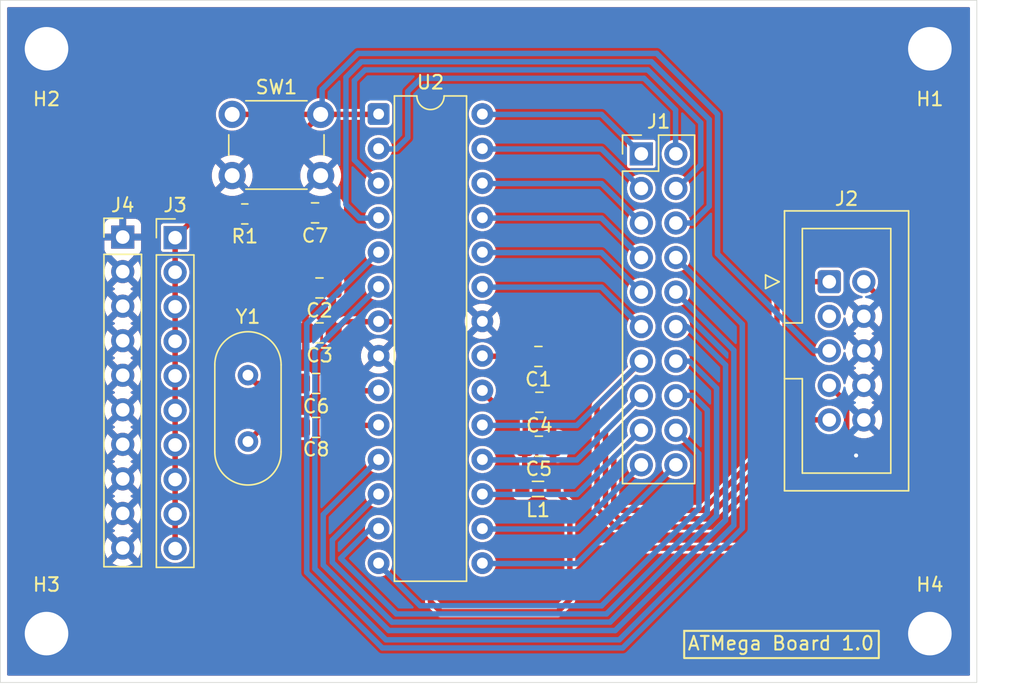
<source format=kicad_pcb>
(kicad_pcb (version 20241229) (generator "pcbnew") (generator_version "9.0")
  (title_block (title "ATMega_Board") (date "2025-10-26") (rev "1.0") (company "PKl"))
  (layers (0 "F.Cu" signal) (2 "B.Cu" signal) (13 "F.Paste" user) (15 "B.Paste" user) (5 "F.SilkS" user "F.Silkscreen") (7 "B.SilkS" user "B.Silkscreen") (1 "F.Mask" user) (3 "B.Mask" user) (25 "Edge.Cuts" user))
  (net 0 "")
  (net 1 "GND")
  (net 2 "AREF")
  (net 3 "VCC")
  (net 4 "AVCC")
  (net 5 "Net-(C6-Pad2)")
  (net 6 "XTAL1")
  (net 7 "Net-(C8-Pad1)")
  (net 8 "XTAL2")
  (net 10 "RESET")
  (net 11 "PD3")
  (net 12 "PC4")
  (net 13 "PD4")
  (net 14 "PB5")
  (net 15 "PB4")
  (net 16 "PB2")
  (net 17 "PD6")
  (net 18 "PC3")
  (net 19 "PC0")
  (net 20 "PC5")
  (net 21 "PB1")
  (net 22 "PD0")
  (net 23 "PD2")
  (net 24 "PB3")
  (net 25 "PC2")
  (net 26 "PD7")
  (net 27 "PD5")
  (net 28 "PD1")
  (net 29 "PB0")
  (net 30 "PC1")
  (footprint "Capacitor_SMD:C_0805_2012Metric_Pad1.18x1.45mm_HandSolder" (layer "F.Cu") (at 145.155 89.585)
    (property "Reference" "C2" (at 0 1.655 0) (layer "F.SilkS"))
    (property "Value" "100nF")
    (fp_line (start -0.261252 -0.735) (end 0.261252 -0.735) (stroke (width 0.12)) (layer "F.SilkS"))
    (fp_line (start -0.261252 0.735) (end 0.261252 0.735) (stroke (width 0.12)) (layer "F.SilkS"))
    (pad "1" smd roundrect (at -1.0375 0) (size 1.175 1.45) (layers "F.Cu" "F.Mask" "F.Paste") (roundrect_rratio 0.212766) (net 1 "GND"))
    (pad "2" smd roundrect (at 1.0375 0) (size 1.175 1.45) (layers "F.Cu" "F.Mask" "F.Paste") (roundrect_rratio 0.212766) (net 3 "VCC"))
  )
  (footprint "Connector_PinHeader_2.54mm:PinHeader_1x10_P2.54mm_Vertical" (layer "F.Cu") (at 130.7 85.845)
    (property "Reference" "J4" (at 0 -2.345 0) (layer "F.SilkS"))
    (property "Value" "Conn_01x10_Pin")
    (fp_line (start -1.38 -1.38) (end 0 -1.38) (stroke (width 0.12)) (layer "F.SilkS"))
    (fp_line (start -1.38 0) (end -1.38 -1.38) (stroke (width 0.12)) (layer "F.SilkS"))
    (fp_line (start -1.38 1.27) (end -1.38 24.24) (stroke (width 0.12)) (layer "F.SilkS"))
    (fp_line (start -1.38 1.27) (end 1.38 1.27) (stroke (width 0.12)) (layer "F.SilkS"))
    (fp_line (start -1.38 24.24) (end 1.38 24.24) (stroke (width 0.12)) (layer "F.SilkS"))
    (fp_line (start 1.38 1.27) (end 1.38 24.24) (stroke (width 0.12)) (layer "F.SilkS"))
    (pad "1" thru_hole rect (at 0 0) (size 1.7 1.7) (drill 1) (layers "*.Cu" "*.Mask") (net 1 "GND"))
    (pad "2" thru_hole circle (at 0 2.54) (size 1.7 1.7) (drill 1) (layers "*.Cu" "*.Mask") (net 1 "GND"))
    (pad "3" thru_hole circle (at 0 5.08) (size 1.7 1.7) (drill 1) (layers "*.Cu" "*.Mask") (net 1 "GND"))
    (pad "4" thru_hole circle (at 0 7.62) (size 1.7 1.7) (drill 1) (layers "*.Cu" "*.Mask") (net 1 "GND"))
    (pad "5" thru_hole circle (at 0 10.16) (size 1.7 1.7) (drill 1) (layers "*.Cu" "*.Mask") (net 1 "GND"))
    (pad "6" thru_hole circle (at 0 12.7) (size 1.7 1.7) (drill 1) (layers "*.Cu" "*.Mask") (net 1 "GND"))
    (pad "7" thru_hole circle (at 0 15.24) (size 1.7 1.7) (drill 1) (layers "*.Cu" "*.Mask") (net 1 "GND"))
    (pad "8" thru_hole circle (at 0 17.78) (size 1.7 1.7) (drill 1) (layers "*.Cu" "*.Mask") (net 1 "GND"))
    (pad "9" thru_hole circle (at 0 20.32) (size 1.7 1.7) (drill 1) (layers "*.Cu" "*.Mask") (net 1 "GND"))
    (pad "10" thru_hole circle (at 0 22.86) (size 1.7 1.7) (drill 1) (layers "*.Cu" "*.Mask") (net 1 "GND"))
  )
  (footprint "Capacitor_SMD:C_0805_2012Metric_Pad1.18x1.45mm_HandSolder" (layer "F.Cu") (at 161.24 94.625 180)
    (property "Reference" "C1" (at 0 -1.68 0) (layer "F.SilkS"))
    (property "Value" "100nF")
    (fp_line (start -0.261252 0.735) (end 0.261252 0.735) (stroke (width 0.12)) (layer "F.SilkS"))
    (fp_line (start -0.261252 -0.735) (end 0.261252 -0.735) (stroke (width 0.12)) (layer "F.SilkS"))
    (pad "1" smd roundrect (at -1.0375 0 180) (size 1.175 1.45) (layers "F.Cu" "F.Mask" "F.Paste") (roundrect_rratio 0.212766) (net 1 "GND"))
    (pad "2" smd roundrect (at 1.0375 0 180) (size 1.175 1.45) (layers "F.Cu" "F.Mask" "F.Paste") (roundrect_rratio 0.212766) (net 2 "AREF"))
  )
  (footprint "Connector_PinHeader_2.54mm:PinHeader_2x10_P2.54mm_Vertical" (layer "F.Cu") (at 168.8 79.73)
    (property "Reference" "J1" (at 1.27 -2.38 0) (layer "F.SilkS"))
    (property "Value" "Conn_02x10_Odd_Even")
    (fp_line (start -1.38 -1.38) (end 0 -1.38) (stroke (width 0.12)) (layer "F.SilkS"))
    (fp_line (start -1.38 0) (end -1.38 -1.38) (stroke (width 0.12)) (layer "F.SilkS"))
    (fp_line (start -1.38 1.27) (end -1.38 24.24) (stroke (width 0.12)) (layer "F.SilkS"))
    (fp_line (start -1.38 1.27) (end 1.27 1.27) (stroke (width 0.12)) (layer "F.SilkS"))
    (fp_line (start -1.38 24.24) (end 3.92 24.24) (stroke (width 0.12)) (layer "F.SilkS"))
    (fp_line (start 1.27 -1.38) (end 3.92 -1.38) (stroke (width 0.12)) (layer "F.SilkS"))
    (fp_line (start 1.27 1.27) (end 1.27 -1.38) (stroke (width 0.12)) (layer "F.SilkS"))
    (fp_line (start 3.92 -1.38) (end 3.92 24.24) (stroke (width 0.12)) (layer "F.SilkS"))
    (pad "1" thru_hole rect (at 0 0) (size 1.7 1.7) (drill 1) (layers "*.Cu" "*.Mask") (net 20 "PC5"))
    (pad "2" thru_hole circle (at 2.54 0) (size 1.7 1.7) (drill 1) (layers "*.Cu" "*.Mask") (net 22 "PD0"))
    (pad "3" thru_hole circle (at 0 2.54) (size 1.7 1.7) (drill 1) (layers "*.Cu" "*.Mask") (net 12 "PC4"))
    (pad "4" thru_hole circle (at 2.54 2.54) (size 1.7 1.7) (drill 1) (layers "*.Cu" "*.Mask") (net 28 "PD1"))
    (pad "5" thru_hole circle (at 0 5.08) (size 1.7 1.7) (drill 1) (layers "*.Cu" "*.Mask") (net 18 "PC3"))
    (pad "6" thru_hole circle (at 2.54 5.08) (size 1.7 1.7) (drill 1) (layers "*.Cu" "*.Mask") (net 23 "PD2"))
    (pad "7" thru_hole circle (at 0 7.62) (size 1.7 1.7) (drill 1) (layers "*.Cu" "*.Mask") (net 25 "PC2"))
    (pad "8" thru_hole circle (at 2.54 7.62) (size 1.7 1.7) (drill 1) (layers "*.Cu" "*.Mask") (net 11 "PD3"))
    (pad "9" thru_hole circle (at 0 10.16) (size 1.7 1.7) (drill 1) (layers "*.Cu" "*.Mask") (net 30 "PC1"))
    (pad "10" thru_hole circle (at 2.54 10.16) (size 1.7 1.7) (drill 1) (layers "*.Cu" "*.Mask") (net 13 "PD4"))
    (pad "11" thru_hole circle (at 0 12.7) (size 1.7 1.7) (drill 1) (layers "*.Cu" "*.Mask") (net 19 "PC0"))
    (pad "12" thru_hole circle (at 2.54 12.7) (size 1.7 1.7) (drill 1) (layers "*.Cu" "*.Mask") (net 27 "PD5"))
    (pad "13" thru_hole circle (at 0 15.24) (size 1.7 1.7) (drill 1) (layers "*.Cu" "*.Mask") (net 14 "PB5"))
    (pad "14" thru_hole circle (at 2.54 15.24) (size 1.7 1.7) (drill 1) (layers "*.Cu" "*.Mask") (net 17 "PD6"))
    (pad "15" thru_hole circle (at 0 17.78) (size 1.7 1.7) (drill 1) (layers "*.Cu" "*.Mask") (net 15 "PB4"))
    (pad "16" thru_hole circle (at 2.54 17.78) (size 1.7 1.7) (drill 1) (layers "*.Cu" "*.Mask") (net 26 "PD7"))
    (pad "17" thru_hole circle (at 0 20.32) (size 1.7 1.7) (drill 1) (layers "*.Cu" "*.Mask") (net 24 "PB3"))
    (pad "18" thru_hole circle (at 2.54 20.32) (size 1.7 1.7) (drill 1) (layers "*.Cu" "*.Mask") (net 29 "PB0"))
    (pad "19" thru_hole circle (at 0 22.86) (size 1.7 1.7) (drill 1) (layers "*.Cu" "*.Mask") (net 16 "PB2"))
    (pad "20" thru_hole circle (at 2.54 22.86) (size 1.7 1.7) (drill 1) (layers "*.Cu" "*.Mask") (net 21 "PB1"))
  )
  (footprint "MountingHole:MountingHole_3.2mm_M3_DIN965_Pad" (layer "F.Cu") (at 125.1 72)
    (property "Reference" "H2" (at 0 3.7 0) (layer "F.SilkS"))
    (property "Value" "MountingHole_Pad" (hide yes))
    (pad "1" thru_hole circle (at 0 0) (size 5.6 5.6) (drill 3.2) (layers "*.Cu" "*.Mask") (net 1 "GND"))
  )
  (footprint "Capacitor_SMD:C_0805_2012Metric_Pad1.18x1.45mm_HandSolder" (layer "F.Cu") (at 144.83 84.065)
    (property "Reference" "C7" (at 0 1.675 0) (layer "F.SilkS"))
    (property "Value" "100nF")
    (fp_line (start -0.261252 -0.735) (end 0.261252 -0.735) (stroke (width 0.12)) (layer "F.SilkS"))
    (fp_line (start -0.261252 0.735) (end 0.261252 0.735) (stroke (width 0.12)) (layer "F.SilkS"))
    (pad "1" smd roundrect (at -1.0375 0) (size 1.175 1.45) (layers "F.Cu" "F.Mask" "F.Paste") (roundrect_rratio 0.212766) (net 10 "RESET"))
    (pad "2" smd roundrect (at 1.0375 0) (size 1.175 1.45) (layers "F.Cu" "F.Mask" "F.Paste") (roundrect_rratio 0.212766) (net 1 "GND"))
  )
  (footprint "Connector_IDC:IDC-Header_2x05_P2.54mm_Vertical" (layer "F.Cu") (at 182.61 89.13)
    (property "Reference" "J2" (at 1.27 -6.1 0) (layer "F.SilkS"))
    (property "Value" "AVR-ISP-10")
    (fp_line (start -4.68 -0.5) (end -4.68 0.5) (stroke (width 0.12)) (layer "F.SilkS"))
    (fp_line (start -4.68 0.5) (end -3.68 0) (stroke (width 0.12)) (layer "F.SilkS"))
    (fp_line (start -3.68 0) (end -4.68 -0.5) (stroke (width 0.12)) (layer "F.SilkS"))
    (fp_line (start -3.29 -5.21) (end 5.83 -5.21) (stroke (width 0.12)) (layer "F.SilkS"))
    (fp_line (start -3.29 3.03) (end -1.98 3.03) (stroke (width 0.12)) (layer "F.SilkS"))
    (fp_line (start -3.29 15.37) (end -3.29 -5.21) (stroke (width 0.12)) (layer "F.SilkS"))
    (fp_line (start -1.98 -3.91) (end 4.52 -3.91) (stroke (width 0.12)) (layer "F.SilkS"))
    (fp_line (start -1.98 3.03) (end -1.98 -3.91) (stroke (width 0.12)) (layer "F.SilkS"))
    (fp_line (start -1.98 7.13) (end -3.29 7.13) (stroke (width 0.12)) (layer "F.SilkS"))
    (fp_line (start -1.98 14.07) (end -1.98 7.13) (stroke (width 0.12)) (layer "F.SilkS"))
    (fp_line (start 4.52 -3.91) (end 4.52 14.07) (stroke (width 0.12)) (layer "F.SilkS"))
    (fp_line (start 4.52 14.07) (end -1.98 14.07) (stroke (width 0.12)) (layer "F.SilkS"))
    (fp_line (start 5.83 -5.21) (end 5.83 15.37) (stroke (width 0.12)) (layer "F.SilkS"))
    (fp_line (start 5.83 15.37) (end -3.29 15.37) (stroke (width 0.12)) (layer "F.SilkS"))
    (pad "1" thru_hole roundrect (at 0 0) (size 1.7 1.7) (drill 1) (layers "*.Cu" "*.Mask") (roundrect_rratio 0.147059) (net 24 "PB3"))
    (pad "2" thru_hole circle (at 2.54 0) (size 1.7 1.7) (drill 1) (layers "*.Cu" "*.Mask") (net 3 "VCC"))
    (pad "3" thru_hole circle (at 0 2.54) (size 1.7 1.7) (drill 1) (layers "*.Cu" "*.Mask"))
    (pad "4" thru_hole circle (at 2.54 2.54) (size 1.7 1.7) (drill 1) (layers "*.Cu" "*.Mask") (net 1 "GND"))
    (pad "5" thru_hole circle (at 0 5.08) (size 1.7 1.7) (drill 1) (layers "*.Cu" "*.Mask") (net 10 "RESET"))
    (pad "6" thru_hole circle (at 2.54 5.08) (size 1.7 1.7) (drill 1) (layers "*.Cu" "*.Mask") (net 1 "GND"))
    (pad "7" thru_hole circle (at 0 7.62) (size 1.7 1.7) (drill 1) (layers "*.Cu" "*.Mask") (net 14 "PB5"))
    (pad "8" thru_hole circle (at 2.54 7.62) (size 1.7 1.7) (drill 1) (layers "*.Cu" "*.Mask") (net 1 "GND"))
    (pad "9" thru_hole circle (at 0 10.16) (size 1.7 1.7) (drill 1) (layers "*.Cu" "*.Mask") (net 15 "PB4"))
    (pad "10" thru_hole circle (at 2.54 10.16) (size 1.7 1.7) (drill 1) (layers "*.Cu" "*.Mask") (net 1 "GND"))
  )
  (footprint "Resistor_SMD:R_0805_2012Metric" (layer "F.Cu") (at 139.6675 84.145)
    (property "Reference" "R1" (at 0 1.645 0) (layer "F.SilkS"))
    (property "Value" "1K")
    (fp_line (start -0.227064 -0.735) (end 0.227064 -0.735) (stroke (width 0.12)) (layer "F.SilkS"))
    (fp_line (start -0.227064 0.735) (end 0.227064 0.735) (stroke (width 0.12)) (layer "F.SilkS"))
    (pad "1" smd roundrect (at -0.9125 0) (size 1.025 1.4) (layers "F.Cu" "F.Mask" "F.Paste") (roundrect_rratio 0.243902) (net 3 "VCC"))
    (pad "2" smd roundrect (at 0.9125 0) (size 1.025 1.4) (layers "F.Cu" "F.Mask" "F.Paste") (roundrect_rratio 0.243902) (net 10 "RESET"))
  )
  (footprint "Capacitor_SMD:C_0805_2012Metric_Pad1.18x1.45mm_HandSolder" (layer "F.Cu") (at 144.9125 96.61 180)
    (property "Reference" "C6" (at 0 -1.68 0) (layer "F.SilkS"))
    (property "Value" "22pF")
    (fp_line (start -0.261252 0.735) (end 0.261252 0.735) (stroke (width 0.12)) (layer "F.SilkS"))
    (fp_line (start -0.261252 -0.735) (end 0.261252 -0.735) (stroke (width 0.12)) (layer "F.SilkS"))
    (pad "1" smd roundrect (at -1.0375 0 180) (size 1.175 1.45) (layers "F.Cu" "F.Mask" "F.Paste") (roundrect_rratio 0.212766) (net 6 "XTAL1"))
    (pad "2" smd roundrect (at 1.0375 0 180) (size 1.175 1.45) (layers "F.Cu" "F.Mask" "F.Paste") (roundrect_rratio 0.212766) (net 5 "Net-(C6-Pad2)"))
  )
  (footprint "Capacitor_SMD:C_0805_2012Metric_Pad1.18x1.45mm_HandSolder" (layer "F.Cu") (at 161.3125 97.99)
    (property "Reference" "C4" (at 0 1.7 0) (layer "F.SilkS"))
    (property "Value" "100nF")
    (fp_line (start -0.261252 -0.735) (end 0.261252 -0.735) (stroke (width 0.12)) (layer "F.SilkS"))
    (fp_line (start -0.261252 0.735) (end 0.261252 0.735) (stroke (width 0.12)) (layer "F.SilkS"))
    (pad "1" smd roundrect (at -1.0375 0) (size 1.175 1.45) (layers "F.Cu" "F.Mask" "F.Paste") (roundrect_rratio 0.212766) (net 4 "AVCC"))
    (pad "2" smd roundrect (at 1.0375 0) (size 1.175 1.45) (layers "F.Cu" "F.Mask" "F.Paste") (roundrect_rratio 0.212766) (net 1 "GND"))
  )
  (footprint "Inductor_SMD:L_0805_2012Metric_Pad1.05x1.20mm_HandSolder" (layer "F.Cu") (at 161.21 104.365 180)
    (property "Reference" "L1" (at 0 -1.55 0) (layer "F.SilkS"))
    (property "Value" "600 Ω@100 MHz")
    (fp_line (start -0.410242 0.56) (end 0.410242 0.56) (stroke (width 0.12)) (layer "F.SilkS"))
    (fp_line (start -0.410242 -0.56) (end 0.410242 -0.56) (stroke (width 0.12)) (layer "F.SilkS"))
    (pad "1" smd roundrect (at -1.15 0 180) (size 1.05 1.2) (layers "F.Cu" "F.Mask" "F.Paste") (roundrect_rratio 0.238095) (net 3 "VCC"))
    (pad "2" smd roundrect (at 1.15 0 180) (size 1.05 1.2) (layers "F.Cu" "F.Mask" "F.Paste") (roundrect_rratio 0.238095) (net 4 "AVCC"))
  )
  (footprint "Package_DIP:DIP-28_W7.62mm" (layer "F.Cu") (at 149.5 76.8)
    (property "Reference" "U2" (at 3.81 -2.33 0) (layer "F.SilkS"))
    (property "Value" "ATmega328P-P")
    (fp_line (start 1.16 -1.33) (end 1.16 34.35) (stroke (width 0.12)) (layer "F.SilkS"))
    (fp_line (start 1.16 34.35) (end 6.46 34.35) (stroke (width 0.12)) (layer "F.SilkS"))
    (fp_line (start 2.81 -1.33) (end 1.16 -1.33) (stroke (width 0.12)) (layer "F.SilkS"))
    (fp_line (start 6.46 -1.33) (end 4.81 -1.33) (stroke (width 0.12)) (layer "F.SilkS"))
    (fp_line (start 6.46 34.35) (end 6.46 -1.33) (stroke (width 0.12)) (layer "F.SilkS"))
    (fp_arc (start 4.81 -1.33) (mid 3.81 -0.33) (end 2.81 -1.33) (stroke (width 0.12)) (layer "F.SilkS"))
    (pad "1" thru_hole roundrect (at 0 0) (size 1.6 1.6) (drill 0.8) (layers "*.Cu" "*.Mask") (roundrect_rratio 0.15625) (net 10 "RESET"))
    (pad "2" thru_hole circle (at 0 2.54) (size 1.6 1.6) (drill 0.8) (layers "*.Cu" "*.Mask") (net 22 "PD0"))
    (pad "3" thru_hole circle (at 0 5.08) (size 1.6 1.6) (drill 0.8) (layers "*.Cu" "*.Mask") (net 28 "PD1"))
    (pad "4" thru_hole circle (at 0 7.62) (size 1.6 1.6) (drill 0.8) (layers "*.Cu" "*.Mask") (net 23 "PD2"))
    (pad "5" thru_hole circle (at 0 10.16) (size 1.6 1.6) (drill 0.8) (layers "*.Cu" "*.Mask") (net 11 "PD3"))
    (pad "6" thru_hole circle (at 0 12.7) (size 1.6 1.6) (drill 0.8) (layers "*.Cu" "*.Mask") (net 13 "PD4"))
    (pad "7" thru_hole circle (at 0 15.24) (size 1.6 1.6) (drill 0.8) (layers "*.Cu" "*.Mask") (net 3 "VCC"))
    (pad "8" thru_hole circle (at 0 17.78) (size 1.6 1.6) (drill 0.8) (layers "*.Cu" "*.Mask") (net 1 "GND"))
    (pad "9" thru_hole circle (at 0 20.32) (size 1.6 1.6) (drill 0.8) (layers "*.Cu" "*.Mask") (net 6 "XTAL1"))
    (pad "10" thru_hole circle (at 0 22.86) (size 1.6 1.6) (drill 0.8) (layers "*.Cu" "*.Mask") (net 8 "XTAL2"))
    (pad "11" thru_hole circle (at 0 25.4) (size 1.6 1.6) (drill 0.8) (layers "*.Cu" "*.Mask") (net 27 "PD5"))
    (pad "12" thru_hole circle (at 0 27.94) (size 1.6 1.6) (drill 0.8) (layers "*.Cu" "*.Mask") (net 17 "PD6"))
    (pad "13" thru_hole circle (at 0 30.48) (size 1.6 1.6) (drill 0.8) (layers "*.Cu" "*.Mask") (net 26 "PD7"))
    (pad "14" thru_hole circle (at 0 33.02) (size 1.6 1.6) (drill 0.8) (layers "*.Cu" "*.Mask") (net 29 "PB0"))
    (pad "15" thru_hole circle (at 7.62 33.02) (size 1.6 1.6) (drill 0.8) (layers "*.Cu" "*.Mask") (net 21 "PB1"))
    (pad "16" thru_hole circle (at 7.62 30.48) (size 1.6 1.6) (drill 0.8) (layers "*.Cu" "*.Mask") (net 16 "PB2"))
    (pad "17" thru_hole circle (at 7.62 27.94) (size 1.6 1.6) (drill 0.8) (layers "*.Cu" "*.Mask") (net 24 "PB3"))
    (pad "18" thru_hole circle (at 7.62 25.4) (size 1.6 1.6) (drill 0.8) (layers "*.Cu" "*.Mask") (net 15 "PB4"))
    (pad "19" thru_hole circle (at 7.62 22.86) (size 1.6 1.6) (drill 0.8) (layers "*.Cu" "*.Mask") (net 14 "PB5"))
    (pad "20" thru_hole circle (at 7.62 20.32) (size 1.6 1.6) (drill 0.8) (layers "*.Cu" "*.Mask") (net 4 "AVCC"))
    (pad "21" thru_hole circle (at 7.62 17.78) (size 1.6 1.6) (drill 0.8) (layers "*.Cu" "*.Mask") (net 2 "AREF"))
    (pad "22" thru_hole circle (at 7.62 15.24) (size 1.6 1.6) (drill 0.8) (layers "*.Cu" "*.Mask") (net 1 "GND"))
    (pad "23" thru_hole circle (at 7.62 12.7) (size 1.6 1.6) (drill 0.8) (layers "*.Cu" "*.Mask") (net 19 "PC0"))
    (pad "24" thru_hole circle (at 7.62 10.16) (size 1.6 1.6) (drill 0.8) (layers "*.Cu" "*.Mask") (net 30 "PC1"))
    (pad "25" thru_hole circle (at 7.62 7.62) (size 1.6 1.6) (drill 0.8) (layers "*.Cu" "*.Mask") (net 25 "PC2"))
    (pad "26" thru_hole circle (at 7.62 5.08) (size 1.6 1.6) (drill 0.8) (layers "*.Cu" "*.Mask") (net 18 "PC3"))
    (pad "27" thru_hole circle (at 7.62 2.54) (size 1.6 1.6) (drill 0.8) (layers "*.Cu" "*.Mask") (net 12 "PC4"))
    (pad "28" thru_hole circle (at 7.62 0) (size 1.6 1.6) (drill 0.8) (layers "*.Cu" "*.Mask") (net 20 "PC5"))
  )
  (footprint "Connector_PinHeader_2.54mm:PinHeader_1x10_P2.54mm_Vertical" (layer "F.Cu") (at 134.55 85.89)
    (property "Reference" "J3" (at 0 -2.39 0) (layer "F.SilkS"))
    (property "Value" "Conn_01x10_Pin")
    (fp_line (start -1.38 -1.38) (end 0 -1.38) (stroke (width 0.12)) (layer "F.SilkS"))
    (fp_line (start -1.38 0) (end -1.38 -1.38) (stroke (width 0.12)) (layer "F.SilkS"))
    (fp_line (start -1.38 1.27) (end -1.38 24.24) (stroke (width 0.12)) (layer "F.SilkS"))
    (fp_line (start -1.38 1.27) (end 1.38 1.27) (stroke (width 0.12)) (layer "F.SilkS"))
    (fp_line (start -1.38 24.24) (end 1.38 24.24) (stroke (width 0.12)) (layer "F.SilkS"))
    (fp_line (start 1.38 1.27) (end 1.38 24.24) (stroke (width 0.12)) (layer "F.SilkS"))
    (pad "1" thru_hole rect (at 0 0) (size 1.7 1.7) (drill 1) (layers "*.Cu" "*.Mask") (net 3 "VCC"))
    (pad "2" thru_hole circle (at 0 2.54) (size 1.7 1.7) (drill 1) (layers "*.Cu" "*.Mask") (net 3 "VCC"))
    (pad "3" thru_hole circle (at 0 5.08) (size 1.7 1.7) (drill 1) (layers "*.Cu" "*.Mask") (net 3 "VCC"))
    (pad "4" thru_hole circle (at 0 7.62) (size 1.7 1.7) (drill 1) (layers "*.Cu" "*.Mask") (net 3 "VCC"))
    (pad "5" thru_hole circle (at 0 10.16) (size 1.7 1.7) (drill 1) (layers "*.Cu" "*.Mask") (net 3 "VCC"))
    (pad "6" thru_hole circle (at 0 12.7) (size 1.7 1.7) (drill 1) (layers "*.Cu" "*.Mask") (net 3 "VCC"))
    (pad "7" thru_hole circle (at 0 15.24) (size 1.7 1.7) (drill 1) (layers "*.Cu" "*.Mask") (net 3 "VCC"))
    (pad "8" thru_hole circle (at 0 17.78) (size 1.7 1.7) (drill 1) (layers "*.Cu" "*.Mask") (net 3 "VCC"))
    (pad "9" thru_hole circle (at 0 20.32) (size 1.7 1.7) (drill 1) (layers "*.Cu" "*.Mask") (net 3 "VCC"))
    (pad "10" thru_hole circle (at 0 22.86) (size 1.7 1.7) (drill 1) (layers "*.Cu" "*.Mask") (net 3 "VCC"))
  )
  (footprint "Button_Switch_THT:SW_PUSH_6mm" (layer "F.Cu") (at 138.74 76.825)
    (property "Reference" "SW1" (at 3.25 -2 0) (layer "F.SilkS"))
    (property "Value" "Tact Switch 6x6mm / 13mm")
    (fp_line (start -0.25 1.5) (end -0.25 3) (stroke (width 0.12)) (layer "F.SilkS"))
    (fp_line (start 1 5.5) (end 5.5 5.5) (stroke (width 0.12)) (layer "F.SilkS"))
    (fp_line (start 5.5 -1) (end 1 -1) (stroke (width 0.12)) (layer "F.SilkS"))
    (fp_line (start 6.75 3) (end 6.75 1.5) (stroke (width 0.12)) (layer "F.SilkS"))
    (pad "1" thru_hole circle (at 0 0 90) (size 2 2) (drill 1.1) (layers "*.Cu" "*.Mask") (net 10 "RESET"))
    (pad "1" thru_hole circle (at 6.5 0 90) (size 2 2) (drill 1.1) (layers "*.Cu" "*.Mask") (net 10 "RESET"))
    (pad "2" thru_hole circle (at 0 4.5 90) (size 2 2) (drill 1.1) (layers "*.Cu" "*.Mask") (net 1 "GND"))
    (pad "2" thru_hole circle (at 6.5 4.5 90) (size 2 2) (drill 1.1) (layers "*.Cu" "*.Mask") (net 1 "GND"))
  )
  (footprint "MountingHole:MountingHole_3.2mm_M3_DIN965_Pad" (layer "F.Cu") (at 125.1 115)
    (property "Reference" "H3" (at 0 -3.6 0) (layer "F.SilkS"))
    (property "Value" "MountingHole_Pad")
    (pad "1" thru_hole circle (at 0 0) (size 5.6 5.6) (drill 3.2) (layers "*.Cu" "*.Mask") (net 1 "GND"))
  )
  (footprint "Capacitor_SMD:C_0805_2012Metric_Pad1.18x1.45mm_HandSolder" (layer "F.Cu") (at 161.2725 101.225)
    (property "Reference" "C5" (at 0 1.665 0) (layer "F.SilkS"))
    (property "Value" "1uF")
    (fp_line (start -0.261252 -0.735) (end 0.261252 -0.735) (stroke (width 0.12)) (layer "F.SilkS"))
    (fp_line (start -0.261252 0.735) (end 0.261252 0.735) (stroke (width 0.12)) (layer "F.SilkS"))
    (pad "1" smd roundrect (at -1.0375 0) (size 1.175 1.45) (layers "F.Cu" "F.Mask" "F.Paste") (roundrect_rratio 0.212766) (net 4 "AVCC"))
    (pad "2" smd roundrect (at 1.0375 0) (size 1.175 1.45) (layers "F.Cu" "F.Mask" "F.Paste") (roundrect_rratio 0.212766) (net 1 "GND"))
  )
  (footprint "Crystal:Crystal_HC49-4H_Vertical" (layer "F.Cu") (at 139.9 96 -90)
    (property "Reference" "Y1" (at -4.3 0 0) (layer "F.SilkS"))
    (property "Value" "Crystal")
    (fp_line (start 5.64 2.435) (end -0.76 2.435) (stroke (width 0.12)) (layer "F.SilkS"))
    (fp_line (start -0.76 -2.435) (end 5.64 -2.435) (stroke (width 0.12)) (layer "F.SilkS"))
    (fp_arc (start -0.76 2.435) (mid -3.195 0) (end -0.76 -2.435) (stroke (width 0.12)) (layer "F.SilkS"))
    (fp_arc (start 5.64 -2.435) (mid 8.075 0) (end 5.64 2.435) (stroke (width 0.12)) (layer "F.SilkS"))
    (pad "1" thru_hole circle (at 0 0 270) (size 1.5 1.5) (drill 0.8) (layers "*.Cu" "*.Mask") (net 5 "Net-(C6-Pad2)"))
    (pad "2" thru_hole circle (at 4.88 0 270) (size 1.5 1.5) (drill 0.8) (layers "*.Cu" "*.Mask") (net 7 "Net-(C8-Pad1)"))
  )
  (footprint "Capacitor_SMD:C_0805_2012Metric_Pad1.18x1.45mm_HandSolder" (layer "F.Cu") (at 145.1625 92.89)
    (property "Reference" "C3" (at 0 1.65 0) (layer "F.SilkS"))
    (property "Value" "1uF")
    (fp_line (start -0.261252 -0.735) (end 0.261252 -0.735) (stroke (width 0.12)) (layer "F.SilkS"))
    (fp_line (start -0.261252 0.735) (end 0.261252 0.735) (stroke (width 0.12)) (layer "F.SilkS"))
    (pad "1" smd roundrect (at -1.0375 0) (size 1.175 1.45) (layers "F.Cu" "F.Mask" "F.Paste") (roundrect_rratio 0.212766) (net 1 "GND"))
    (pad "2" smd roundrect (at 1.0375 0) (size 1.175 1.45) (layers "F.Cu" "F.Mask" "F.Paste") (roundrect_rratio 0.212766) (net 3 "VCC"))
  )
  (footprint "Capacitor_SMD:C_0805_2012Metric_Pad1.18x1.45mm_HandSolder" (layer "F.Cu") (at 144.9125 99.84)
    (property "Reference" "C8" (at 0 1.61 0) (layer "F.SilkS"))
    (property "Value" "22pF")
    (fp_line (start -0.261252 -0.735) (end 0.261252 -0.735) (stroke (width 0.12)) (layer "F.SilkS"))
    (fp_line (start -0.261252 0.735) (end 0.261252 0.735) (stroke (width 0.12)) (layer "F.SilkS"))
    (pad "1" smd roundrect (at -1.0375 0) (size 1.175 1.45) (layers "F.Cu" "F.Mask" "F.Paste") (roundrect_rratio 0.212766) (net 7 "Net-(C8-Pad1)"))
    (pad "2" smd roundrect (at 1.0375 0) (size 1.175 1.45) (layers "F.Cu" "F.Mask" "F.Paste") (roundrect_rratio 0.212766) (net 8 "XTAL2"))
  )
  (footprint "MountingHole:MountingHole_3.2mm_M3_DIN965_Pad" (layer "F.Cu") (at 190 115)
    (property "Reference" "H4" (at 0 -3.6 0) (layer "F.SilkS"))
    (property "Value" "MountingHole_Pad")
    (pad "1" thru_hole circle (at 0 0) (size 5.6 5.6) (drill 3.2) (layers "*.Cu" "*.Mask") (net 1 "GND"))
  )
  (footprint "MountingHole:MountingHole_3.2mm_M3_DIN965_Pad" (layer "F.Cu") (at 190 72)
    (property "Reference" "H1" (at 0 3.7 0) (layer "F.SilkS"))
    (property "Value" "MountingHole_Pad" (hide yes))
    (pad "1" thru_hole circle (at 0 0) (size 5.6 5.6) (drill 3.2) (layers "*.Cu" "*.Mask") (net 1 "GND"))
  )
  (gr_rect (start 171.95 114.8) (end 186.25 116.8) (stroke (width 0.15)) (fill no) (layer "F.SilkS"))
  (gr_rect (start 121.707152 68.44) (end 193.45 118.595) (stroke (width 0.05)) (fill no) (layer "Edge.Cuts"))
  (gr_text "ATMega Board 1.0" (at 172.125 116.3 0) (layer "F.SilkS") (effects (font (size 1 1)) (justify left bottom)))
  (via (at 184.58 101.905) (size 1) (drill 0.3) (layers "F.Cu" "B.Cu") (net 1))
  (segment (start 160.1875 94.61) (end 160.2025 94.625) (width 0.4) (layer "F.Cu") (net 2))
  (segment (start 157.07 94.61) (end 160.1875 94.61) (width 0.4) (layer "F.Cu") (net 2))
  (segment (start 163.55 105.555) (end 163.55 110.835) (width 0.4) (layer "F.Cu") (net 3))
  (segment (start 162.36 104.365) (end 163.55 105.555) (width 0.4) (layer "F.Cu") (net 3))
  (segment (start 146.18 89.5975) (end 146.1925 89.585) (width 0.4) (layer "F.Cu") (net 3))
  (segment (start 153.31 93.395) (end 151.985 92.07) (width 0.4) (layer "F.Cu") (net 3))
  (segment (start 134.55 85.89) (end 134.55 108.75) (width 0.4) (layer "F.Cu") (net 3))
  (segment (start 153.31 112.635) (end 153.31 93.395) (width 0.4) (layer "F.Cu") (net 3))
  (segment (start 151.985 92.07) (end 149.45 92.07) (width 0.4) (layer "F.Cu") (net 3))
  (segment (start 163.55 110.835) (end 163.55 110.915) (width 0.4) (layer "F.Cu") (net 3))
  (segment (start 154.07 113.395) (end 153.31 112.635) (width 0.4) (layer "F.Cu") (net 3))
  (segment (start 180.45 108.715) (end 165.75 108.715) (width 0.4) (layer "F.Cu") (net 3))
  (segment (start 187.1 91.085) (end 187.1 102.065) (width 0.4) (layer "F.Cu") (net 3))
  (segment (start 187.1 102.065) (end 180.45 108.715) (width 0.4) (layer "F.Cu") (net 3))
  (segment (start 163.55 110.915) (end 163.55 112.505) (width 0.4) (layer "F.Cu") (net 3))
  (segment (start 163.55 112.505) (end 162.66 113.395) (width 0.4) (layer "F.Cu") (net 3))
  (segment (start 146.18 92.86) (end 146.18 89.5975) (width 0.4) (layer "F.Cu") (net 3))
  (segment (start 162.66 113.395) (end 154.07 113.395) (width 0.4) (layer "F.Cu") (net 3))
  (segment (start 138.755 84.145) (end 142.5475 87.9375) (width 0.4) (layer "F.Cu") (net 3))
  (segment (start 149.45 92.07) (end 146.97 92.07) (width 0.4) (layer "F.Cu") (net 3))
  (segment (start 136.295 84.145) (end 134.55 85.89) (width 0.4) (layer "F.Cu") (net 3))
  (segment (start 138.755 84.145) (end 136.295 84.145) (width 0.4) (layer "F.Cu") (net 3))
  (segment (start 146.1925 89.585) (end 146.1925 87.9375) (width 0.4) (layer "F.Cu") (net 3))
  (segment (start 165.75 108.715) (end 163.55 110.915) (width 0.4) (layer "F.Cu") (net 3))
  (segment (start 146.97 92.07) (end 146.18 92.86) (width 0.4) (layer "F.Cu") (net 3))
  (segment (start 142.5475 87.9375) (end 146.1925 87.9375) (width 0.4) (layer "F.Cu") (net 3))
  (segment (start 185.14 89.125) (end 187.1 91.085) (width 0.4) (layer "F.Cu") (net 3))
  (segment (start 160.235 101.225) (end 160.235 104.19) (width 0.4) (layer "F.Cu") (net 4))
  (segment (start 160.275 101.185) (end 160.235 101.225) (width 0.4) (layer "F.Cu") (net 4))
  (segment (start 160.235 104.19) (end 160.06 104.365) (width 0.4) (layer "F.Cu") (net 4))
  (segment (start 160.245 97.995) (end 157.915 97.995) (width 0.4) (layer "F.Cu") (net 4))
  (segment (start 160.275 97.99) (end 160.275 101.185) (width 0.4) (layer "F.Cu") (net 4))
  (segment (start 157.915 97.995) (end 157.07 97.15) (width 0.4) (layer "F.Cu") (net 4))
  (segment (start 160.235 98.005) (end 160.245 97.995) (width 0.4) (layer "F.Cu") (net 4))
  (segment (start 143.875 96.61) (end 140.51 96.61) (width 0.4) (layer "F.Cu") (net 5))
  (segment (start 140.51 96.61) (end 139.9 96) (width 0.4) (layer "F.Cu") (net 5))
  (segment (start 146.495 97.15) (end 145.955 96.61) (width 0.4) (layer "F.Cu") (net 6))
  (segment (start 149.45 97.15) (end 146.495 97.15) (width 0.4) (layer "F.Cu") (net 6))
  (segment (start 143.875 99.84) (end 140.94 99.84) (width 0.4) (layer "F.Cu") (net 7))
  (segment (start 140.94 99.84) (end 139.9 100.88) (width 0.4) (layer "F.Cu") (net 7))
  (segment (start 149.45 99.69) (end 145.725 99.69) (width 0.4) (layer "F.Cu") (net 8))
  (segment (start 145.725 99.69) (end 145.68 99.735) (width 0.4) (layer "F.Cu") (net 8))
  (segment (start 143.8125 83.955) (end 142.83 83.955) (width 0.4) (layer "F.Cu") (net 10))
  (segment (start 143.7125 84.145) (end 143.7925 84.065) (width 0.4) (layer "F.Cu") (net 10))
  (segment (start 142.83 83.955) (end 142.12 83.245) (width 0.4) (layer "F.Cu") (net 10))
  (segment (start 142.12 83.245) (end 142.12 79.945) (width 0.4) (layer "F.Cu") (net 10))
  (segment (start 145.24 76.825) (end 149.445 76.825) (width 0.4) (layer "F.Cu") (net 10))
  (segment (start 145.04 76.625) (end 145.24 76.825) (width 0.4) (layer "F.Cu") (net 10))
  (segment (start 140.58 84.145) (end 143.7125 84.145) (width 0.4) (layer "F.Cu") (net 10))
  (segment (start 142.12 79.945) (end 145.24 76.825) (width 0.4) (layer "F.Cu") (net 10))
  (segment (start 145.24 76.825) (end 138.74 76.825) (width 0.4) (layer "F.Cu") (net 10))
  (segment (start 149.445 76.825) (end 149.45 76.83) (width 0.4) (layer "F.Cu") (net 10))
  (segment (start 174.4 87.085) (end 174.4 76.815) (width 0.4) (layer "B.Cu") (net 10))
  (segment (start 181.52 94.205) (end 174.4 87.085) (width 0.4) (layer "B.Cu") (net 10))
  (segment (start 147.99 72.345) (end 145.35 74.985) (width 0.4) (layer "B.Cu") (net 10))
  (segment (start 182.6 94.205) (end 181.52 94.205) (width 0.4) (layer "B.Cu") (net 10))
  (segment (start 145.35 74.985) (end 145.35 76.715) (width 0.4) (layer "B.Cu") (net 10))
  (segment (start 145.35 76.715) (end 145.24 76.825) (width 0.4) (layer "B.Cu") (net 10))
  (segment (start 149.445 76.825) (end 149.45 76.83) (width 0.4) (layer "B.Cu") (net 10))
  (segment (start 169.93 72.345) (end 147.99 72.345) (width 0.4) (layer "B.Cu") (net 10))
  (segment (start 174.4 76.815) (end 169.93 72.345) (width 0.4) (layer "B.Cu") (net 10))
  (segment (start 149.77 116.055) (end 167.43 116.055) (width 0.4) (layer "B.Cu") (net 11))
  (segment (start 149.45 86.99) (end 144.22 92.22) (width 0.4) (layer "B.Cu") (net 11))
  (segment (start 176.22 92.255) (end 171.32 87.355) (width 0.4) (layer "B.Cu") (net 11))
  (segment (start 176.22 107.265) (end 176.22 92.255) (width 0.4) (layer "B.Cu") (net 11))
  (segment (start 144.22 92.22) (end 144.22 110.505) (width 0.4) (layer "B.Cu") (net 11))
  (segment (start 167.43 116.055) (end 176.22 107.265) (width 0.4) (layer "B.Cu") (net 11))
  (segment (start 144.22 110.505) (end 149.77 116.055) (width 0.4) (layer "B.Cu") (net 11))
  (segment (start 157.07 79.37) (end 165.875 79.37) (width 0.4) (layer "B.Cu") (net 12))
  (segment (start 165.875 79.37) (end 168.78 82.275) (width 0.4) (layer "B.Cu") (net 12))
  (segment (start 175.6 107.035) (end 167.18 115.455) (width 0.4) (layer "B.Cu") (net 13))
  (segment (start 144.82 110.235) (end 144.82 94.16) (width 0.4) (layer "B.Cu") (net 13))
  (segment (start 171.32 89.895) (end 175.6 94.175) (width 0.4) (layer "B.Cu") (net 13))
  (segment (start 175.6 94.175) (end 175.6 107.035) (width 0.4) (layer "B.Cu") (net 13))
  (segment (start 167.18 115.455) (end 150.04 115.455) (width 0.4) (layer "B.Cu") (net 13))
  (segment (start 144.82 94.16) (end 149.45 89.53) (width 0.4) (layer "B.Cu") (net 13))
  (segment (start 150.04 115.455) (end 144.82 110.235) (width 0.4) (layer "B.Cu") (net 13))
  (segment (start 168.78 95.005) (end 165.55 98.235) (width 0.4) (layer "F.Cu") (net 14))
  (segment (start 165.55 98.235) (end 165.55 105.825) (width 0.4) (layer "F.Cu") (net 14))
  (segment (start 183.13 100.935) (end 183.89 100.175) (width 0.4) (layer "F.Cu") (net 14))
  (segment (start 168.78 94.975) (end 168.78 95.005) (width 0.4) (layer "F.Cu") (net 14))
  (segment (start 165.55 105.825) (end 166.89 107.165) (width 0.4) (layer "F.Cu") (net 14))
  (segment (start 183.89 100.175) (end 183.89 98.035) (width 0.4) (layer "F.Cu") (net 14))
  (segment (start 180.15 100.935) (end 183.13 100.935) (width 0.4) (layer "F.Cu") (net 14))
  (segment (start 166.89 107.165) (end 173.92 107.165) (width 0.4) (layer "F.Cu") (net 14))
  (segment (start 173.92 107.165) (end 180.15 100.935) (width 0.4) (layer "F.Cu") (net 14))
  (segment (start 183.89 98.035) (end 182.6 96.745) (width 0.4) (layer "F.Cu") (net 14))
  (segment (start 164.065 99.69) (end 168.78 94.975) (width 0.4) (layer "B.Cu") (net 14))
  (segment (start 157.07 99.69) (end 164.065 99.69) (width 0.4) (layer "B.Cu") (net 14))
  (segment (start 166.17 100.125) (end 166.17 105.595) (width 0.4) (layer "F.Cu") (net 15))
  (segment (start 180.88 99.285) (end 182.6 99.285) (width 0.4) (layer "F.Cu") (net 15))
  (segment (start 167.14 106.565) (end 173.6 106.565) (width 0.4) (layer "F.Cu") (net 15))
  (segment (start 166.17 105.595) (end 167.14 106.565) (width 0.4) (layer "F.Cu") (net 15))
  (segment (start 168.78 97.515) (end 166.17 100.125) (width 0.4) (layer "F.Cu") (net 15))
  (segment (start 173.6 106.565) (end 180.88 99.285) (width 0.4) (layer "F.Cu") (net 15))
  (segment (start 157.07 102.23) (end 164.065 102.23) (width 0.4) (layer "B.Cu") (net 15))
  (segment (start 164.065 102.23) (end 168.78 97.515) (width 0.4) (layer "B.Cu") (net 15))
  (segment (start 157.07 107.31) (end 164.065 107.31) (width 0.4) (layer "B.Cu") (net 16))
  (segment (start 164.065 107.31) (end 168.78 102.595) (width 0.4) (layer "B.Cu") (net 16))
  (segment (start 166.51 114.155) (end 150.49 114.155) (width 0.4) (layer "B.Cu") (net 17))
  (segment (start 146.1 108.12) (end 149.45 104.77) (width 0.4) (layer "B.Cu") (net 17))
  (segment (start 146.1 109.765) (end 146.1 108.12) (width 0.4) (layer "B.Cu") (net 17))
  (segment (start 172.35 94.975) (end 174.33 96.955) (width 0.4) (layer "B.Cu") (net 17))
  (segment (start 174.33 106.335) (end 166.51 114.155) (width 0.4) (layer "B.Cu") (net 17))
  (segment (start 174.33 96.955) (end 174.33 106.335) (width 0.4) (layer "B.Cu") (net 17))
  (segment (start 171.32 94.975) (end 172.35 94.975) (width 0.4) (layer "B.Cu") (net 17))
  (segment (start 150.49 114.155) (end 146.1 109.765) (width 0.4) (layer "B.Cu") (net 17))
  (segment (start 157.07 81.91) (end 165.875 81.91) (width 0.4) (layer "B.Cu") (net 18))
  (segment (start 165.875 81.91) (end 168.78 84.815) (width 0.4) (layer "B.Cu") (net 18))
  (segment (start 165.875 89.53) (end 168.78 92.435) (width 0.4) (layer "B.Cu") (net 19))
  (segment (start 157.07 89.53) (end 165.875 89.53) (width 0.4) (layer "B.Cu") (net 19))
  (segment (start 165.875 76.83) (end 168.78 79.735) (width 0.4) (layer "B.Cu") (net 20))
  (segment (start 157.07 76.83) (end 165.875 76.83) (width 0.4) (layer "B.Cu") (net 20))
  (segment (start 157.07 109.85) (end 164.065 109.85) (width 0.4) (layer "B.Cu") (net 21))
  (segment (start 164.065 109.85) (end 171.32 102.595) (width 0.4) (layer "B.Cu") (net 21))
  (segment (start 152.61 74.175) (end 151.64 75.145) (width 0.4) (layer "B.Cu") (net 22))
  (segment (start 151.64 75.145) (end 151.64 78.535) (width 0.4) (layer "B.Cu") (net 22))
  (segment (start 151.64 78.535) (end 150.805 79.37) (width 0.4) (layer "B.Cu") (net 22))
  (segment (start 169 74.175) (end 152.61 74.175) (width 0.4) (layer "B.Cu") (net 22))
  (segment (start 171.32 76.495) (end 169 74.175) (width 0.4) (layer "B.Cu") (net 22))
  (segment (start 150.805 79.37) (end 149.45 79.37) (width 0.4) (layer "B.Cu") (net 22))
  (segment (start 149.45 79.37) (end 150.215 79.37) (width 0.4) (layer "B.Cu") (net 22))
  (segment (start 171.32 79.735) (end 171.32 76.495) (width 0.4) (layer "B.Cu") (net 22))
  (segment (start 171.32 84.815) (end 172.55 84.815) (width 0.4) (layer "B.Cu") (net 23))
  (segment (start 173.79 83.575) (end 173.79 77.205) (width 0.4) (layer "B.Cu") (net 23))
  (segment (start 172.55 84.815) (end 173.79 83.575) (width 0.4) (layer "B.Cu") (net 23))
  (segment (start 148.105 84.45) (end 149.45 84.45) (width 0.4) (layer "B.Cu") (net 23))
  (segment (start 169.54 72.955) (end 148.24 72.955) (width 0.4) (layer "B.Cu") (net 23))
  (segment (start 147.1 83.445) (end 148.105 84.45) (width 0.4) (layer "B.Cu") (net 23))
  (segment (start 147.1 74.095) (end 147.1 83.445) (width 0.4) (layer "B.Cu") (net 23))
  (segment (start 148.24 72.955) (end 147.1 74.095) (width 0.4) (layer "B.Cu") (net 23))
  (segment (start 173.79 77.205) (end 169.54 72.955) (width 0.4) (layer "B.Cu") (net 23))
  (segment (start 178.77 100.495) (end 173.33 105.935) (width 0.4) (layer "F.Cu") (net 24))
  (segment (start 179.76 89.125) (end 178.77 90.115) (width 0.4) (layer "F.Cu") (net 24))
  (segment (start 178.77 90.115) (end 178.77 100.495) (width 0.4) (layer "F.Cu") (net 24))
  (segment (start 173.33 105.935) (end 167.41 105.935) (width 0.4) (layer "F.Cu") (net 24))
  (segment (start 167.41 105.935) (end 166.78 105.305) (width 0.4) (layer "F.Cu") (net 24))
  (segment (start 182.6 89.125) (end 179.76 89.125) (width 0.4) (layer "F.Cu") (net 24))
  (segment (start 166.78 102.055) (end 168.78 100.055) (width 0.4) (layer "F.Cu") (net 24))
  (segment (start 166.78 105.305) (end 166.78 102.055) (width 0.4) (layer "F.Cu") (net 24))
  (segment (start 157.07 104.77) (end 164.065 104.77) (width 0.4) (layer "B.Cu") (net 24))
  (segment (start 164.065 104.77) (end 168.78 100.055) (width 0.4) (layer "B.Cu") (net 24))
  (segment (start 157.07 84.45) (end 165.875 84.45) (width 0.4) (layer "B.Cu") (net 25))
  (segment (start 165.875 84.45) (end 168.78 87.355) (width 0.4) (layer "B.Cu") (net 25))
  (segment (start 150.8 113.555) (end 146.71 109.465) (width 0.4) (layer "B.Cu") (net 26))
  (segment (start 172.57 97.485) (end 173.65 98.565) (width 0.4) (layer "B.Cu") (net 26))
  (segment (start 171.35 97.485) (end 172.57 97.485) (width 0.4) (layer "B.Cu") (net 26))
  (segment (start 173.65 106.145) (end 166.24 113.555) (width 0.4) (layer "B.Cu") (net 26))
  (segment (start 146.71 109.465) (end 148.865 107.31) (width 0.4) (layer "B.Cu") (net 26))
  (segment (start 171.32 97.515) (end 171.35 97.485) (width 0.4) (layer "B.Cu") (net 26))
  (segment (start 166.24 113.555) (end 150.8 113.555) (width 0.4) (layer "B.Cu") (net 26))
  (segment (start 148.865 107.31) (end 149.45 107.31) (width 0.4) (layer "B.Cu") (net 26))
  (segment (start 173.65 98.565) (end 173.65 106.145) (width 0.4) (layer "B.Cu") (net 26))
  (segment (start 145.43 109.955) (end 150.25 114.775) (width 0.4) (layer "B.Cu") (net 27))
  (segment (start 149.45 102.23) (end 145.43 106.25) (width 0.4) (layer "B.Cu") (net 27))
  (segment (start 145.43 106.25) (end 145.43 109.955) (width 0.4) (layer "B.Cu") (net 27))
  (segment (start 174.99 95.255) (end 172.17 92.435) (width 0.4) (layer "B.Cu") (net 27))
  (segment (start 166.88 114.775) (end 174.99 106.665) (width 0.4) (layer "B.Cu") (net 27))
  (segment (start 172.17 92.435) (end 171.32 92.435) (width 0.4) (layer "B.Cu") (net 27))
  (segment (start 174.99 106.665) (end 174.99 95.255) (width 0.4) (layer "B.Cu") (net 27))
  (segment (start 150.25 114.775) (end 166.88 114.775) (width 0.4) (layer "B.Cu") (net 27))
  (segment (start 171.42 82.275) (end 173.17 80.525) (width 0.4) (layer "B.Cu") (net 28))
  (segment (start 148.5 73.555) (end 147.72 74.335) (width 0.4) (layer "B.Cu") (net 28))
  (segment (start 147.72 80.18) (end 149.45 81.91) (width 0.4) (layer "B.Cu") (net 28))
  (segment (start 173.17 80.525) (end 173.17 77.445) (width 0.4) (layer "B.Cu") (net 28))
  (segment (start 147.72 74.335) (end 147.72 80.18) (width 0.4) (layer "B.Cu") (net 28))
  (segment (start 171.32 82.275) (end 171.42 82.275) (width 0.4) (layer "B.Cu") (net 28))
  (segment (start 169.28 73.555) (end 148.5 73.555) (width 0.4) (layer "B.Cu") (net 28))
  (segment (start 173.17 77.445) (end 169.28 73.555) (width 0.4) (layer "B.Cu") (net 28))
  (segment (start 173.03 105.805) (end 173.03 101.765) (width 0.4) (layer "B.Cu") (net 29))
  (segment (start 149.45 109.85) (end 152.555 112.955) (width 0.4) (layer "B.Cu") (net 29))
  (segment (start 173.03 101.765) (end 171.32 100.055) (width 0.4) (layer "B.Cu") (net 29))
  (segment (start 165.88 112.955) (end 173.03 105.805) (width 0.4) (layer "B.Cu") (net 29))
  (segment (start 152.555 112.955) (end 165.88 112.955) (width 0.4) (layer "B.Cu") (net 29))
  (segment (start 165.875 86.99) (end 168.78 89.895) (width 0.4) (layer "B.Cu") (net 30))
  (segment (start 157.07 86.99) (end 165.875 86.99) (width 0.4) (layer "B.Cu") (net 30))
  (zone (net 1) (net_name "GND") (layers "F.Cu" "B.Cu") (connect_pads (clearance 0.2)) (min_thickness 0.16) (fill yes (thermal_gap 0.5) (thermal_bridge_width 0.5))
    (polygon (pts (xy 193.45 68.45) (xy 193.45 118.59) (xy 121.71 118.59) (xy 121.7 68.45)))
  )
)
</source>
